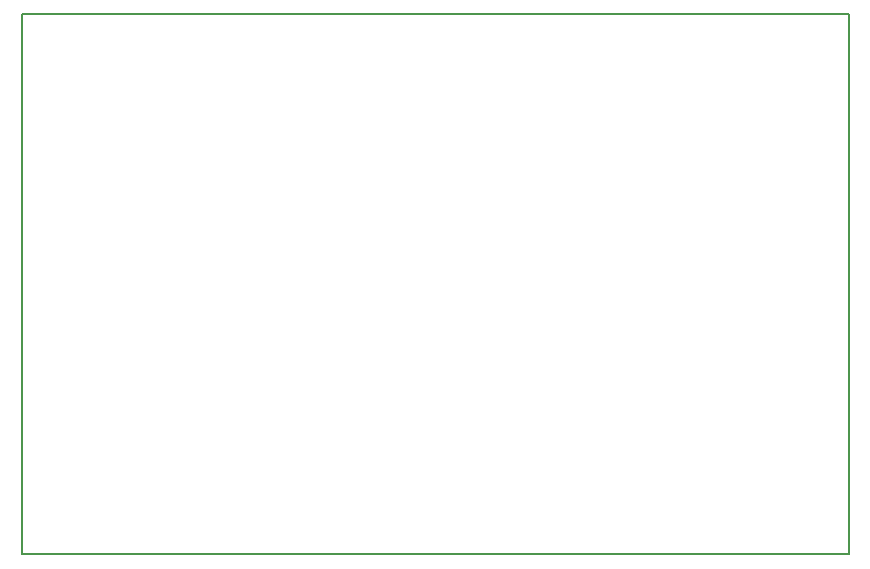
<source format=gbr>
G04 #@! TF.GenerationSoftware,KiCad,Pcbnew,(5.1.5-0-10_14)*
G04 #@! TF.CreationDate,2020-05-22T17:31:33+12:00*
G04 #@! TF.ProjectId,main-board,6d61696e-2d62-46f6-9172-642e6b696361,C*
G04 #@! TF.SameCoordinates,Original*
G04 #@! TF.FileFunction,Profile,NP*
%FSLAX46Y46*%
G04 Gerber Fmt 4.6, Leading zero omitted, Abs format (unit mm)*
G04 Created by KiCad (PCBNEW (5.1.5-0-10_14)) date 2020-05-22 17:31:33*
%MOMM*%
%LPD*%
G04 APERTURE LIST*
%ADD10C,0.200000*%
G04 APERTURE END LIST*
D10*
X44000000Y-97300000D02*
X44000000Y-51600000D01*
X114000000Y-97300000D02*
X44000000Y-97300000D01*
X114000000Y-51600000D02*
X114000000Y-97300000D01*
X44000000Y-51600000D02*
X114000000Y-51600000D01*
M02*

</source>
